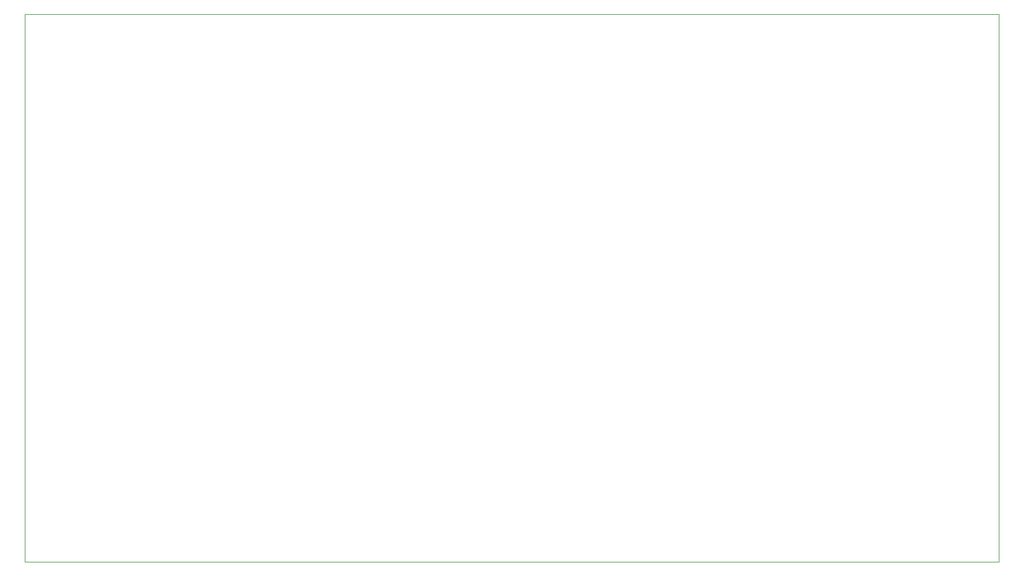
<source format=gbr>
%TF.GenerationSoftware,KiCad,Pcbnew,(7.0.0-0)*%
%TF.CreationDate,2023-03-26T23:37:05+02:00*%
%TF.ProjectId,microsdcard_sub_panelized_wocuts,6d696372-6f73-4646-9361-72645f737562,rev?*%
%TF.SameCoordinates,Original*%
%TF.FileFunction,Profile,NP*%
%FSLAX46Y46*%
G04 Gerber Fmt 4.6, Leading zero omitted, Abs format (unit mm)*
G04 Created by KiCad (PCBNEW (7.0.0-0)) date 2023-03-26 23:37:05*
%MOMM*%
%LPD*%
G01*
G04 APERTURE LIST*
%TA.AperFunction,Profile*%
%ADD10C,0.050000*%
%TD*%
G04 APERTURE END LIST*
D10*
X85250000Y-72499600D02*
X224975000Y-72499600D01*
X224975000Y-72499600D02*
X224975000Y-151125000D01*
X224975000Y-151125000D02*
X85250000Y-151125000D01*
X85250000Y-151125000D02*
X85250000Y-72499600D01*
M02*

</source>
